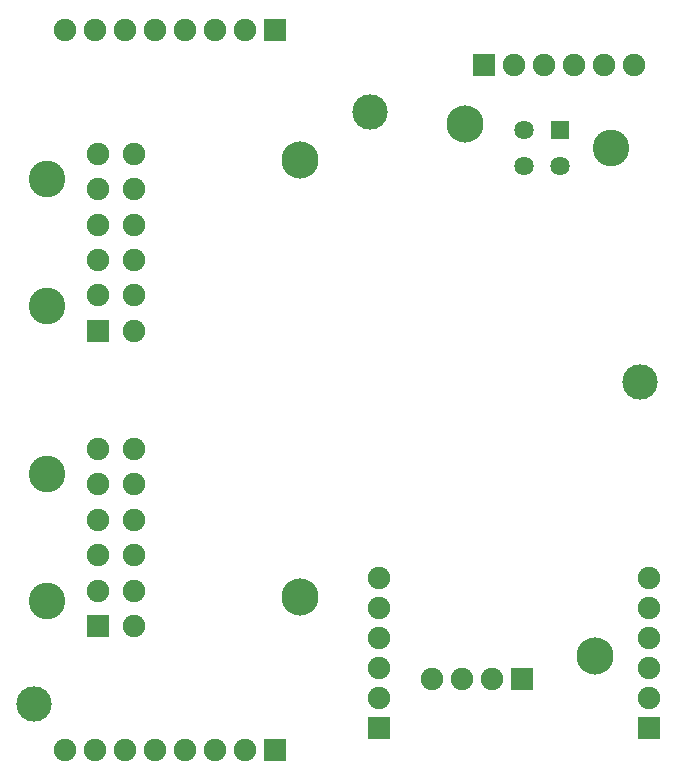
<source format=gbs>
G04*
G04 #@! TF.GenerationSoftware,Altium Limited,Altium Designer,20.2.6 (244)*
G04*
G04 Layer_Color=16711935*
%FSLAX44Y44*%
%MOMM*%
G71*
G04*
G04 #@! TF.SameCoordinates,D8BAA703-6470-441F-A09B-1F1B88CACBC1*
G04*
G04*
G04 #@! TF.FilePolarity,Negative*
G04*
G01*
G75*
%ADD44C,3.0000*%
%ADD45C,1.9000*%
%ADD46R,1.9000X1.9000*%
%ADD47R,1.9000X1.9000*%
%ADD48C,3.1480*%
%ADD49C,3.1000*%
%ADD50R,1.6300X1.6300*%
%ADD51C,1.6300*%
D44*
X320000Y560000D02*
D03*
X35000Y59000D02*
D03*
X548000Y332000D02*
D03*
D45*
X111896Y630000D02*
D03*
X137295Y630001D02*
D03*
X162697Y629999D02*
D03*
X188097D02*
D03*
X213497D02*
D03*
X86497Y630000D02*
D03*
X61097D02*
D03*
X327000Y165500D02*
D03*
X326999Y140101D02*
D03*
X327001Y114700D02*
D03*
Y89300D02*
D03*
Y63900D02*
D03*
X422700Y80000D02*
D03*
X397300D02*
D03*
X371900D02*
D03*
X119501Y275000D02*
D03*
X89501D02*
D03*
X119501Y245000D02*
D03*
X89501D02*
D03*
X119501Y215000D02*
D03*
X89501D02*
D03*
X119501Y185000D02*
D03*
X89501D02*
D03*
X119501Y155000D02*
D03*
X89501D02*
D03*
X119501Y125000D02*
D03*
X119500Y525000D02*
D03*
X89500D02*
D03*
X119500Y495000D02*
D03*
X89500D02*
D03*
X119500Y465000D02*
D03*
X89500D02*
D03*
X119500Y435000D02*
D03*
X89500D02*
D03*
X119500Y405000D02*
D03*
X89500D02*
D03*
X119500Y375000D02*
D03*
X441900Y600001D02*
D03*
X467300D02*
D03*
X492700D02*
D03*
X518101Y599999D02*
D03*
X543500Y600000D02*
D03*
X111896Y20000D02*
D03*
X137295Y20001D02*
D03*
X162697Y19999D02*
D03*
X188097D02*
D03*
X213497D02*
D03*
X86497Y20000D02*
D03*
X61097D02*
D03*
X555600Y165500D02*
D03*
X555599Y140101D02*
D03*
X555601Y114700D02*
D03*
Y89300D02*
D03*
Y63900D02*
D03*
D46*
X238897Y629999D02*
D03*
X448100Y80000D02*
D03*
X416500Y600001D02*
D03*
X238897Y19999D02*
D03*
D47*
X327001Y38500D02*
D03*
X89501Y125000D02*
D03*
X89500Y375000D02*
D03*
X555601Y38500D02*
D03*
D48*
X400000Y550000D02*
D03*
X260000Y520000D02*
D03*
Y150000D02*
D03*
X510000Y100000D02*
D03*
D49*
X46501Y146500D02*
D03*
Y253500D02*
D03*
X523600Y530000D02*
D03*
X46500Y396500D02*
D03*
Y503500D02*
D03*
D50*
X480400Y545000D02*
D03*
D51*
Y515000D02*
D03*
X450400Y545000D02*
D03*
Y515000D02*
D03*
M02*

</source>
